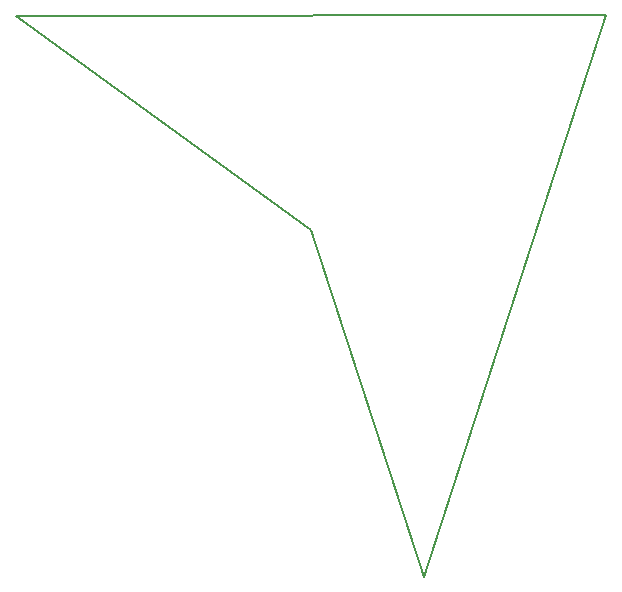
<source format=gbr>
%TF.GenerationSoftware,KiCad,Pcbnew,5.1.8*%
%TF.CreationDate,2021-01-20T11:21:44-05:00*%
%TF.ProjectId,penrosedart,70656e72-6f73-4656-9461-72742e6b6963,rev?*%
%TF.SameCoordinates,Original*%
%TF.FileFunction,Profile,NP*%
%FSLAX46Y46*%
G04 Gerber Fmt 4.6, Leading zero omitted, Abs format (unit mm)*
G04 Created by KiCad (PCBNEW 5.1.8) date 2021-01-20 11:21:44*
%MOMM*%
%LPD*%
G01*
G04 APERTURE LIST*
%TA.AperFunction,Profile*%
%ADD10C,0.200000*%
%TD*%
G04 APERTURE END LIST*
D10*
X159935449Y-121696935D02*
X175387000Y-74168000D01*
X150389089Y-92332384D02*
X159935449Y-121696935D01*
X125393169Y-74194039D02*
X150389089Y-92332384D01*
X175387000Y-74168000D02*
X125393169Y-74194039D01*
M02*

</source>
